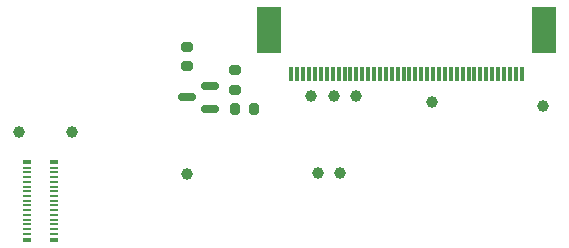
<source format=gbr>
%TF.GenerationSoftware,KiCad,Pcbnew,8.0.0*%
%TF.CreationDate,2024-03-06T21:08:29+04:00*%
%TF.ProjectId,gbc-cm4-aio-flex,6762632d-636d-4342-9d61-696f2d666c65,rev?*%
%TF.SameCoordinates,Original*%
%TF.FileFunction,Soldermask,Top*%
%TF.FilePolarity,Negative*%
%FSLAX46Y46*%
G04 Gerber Fmt 4.6, Leading zero omitted, Abs format (unit mm)*
G04 Created by KiCad (PCBNEW 8.0.0) date 2024-03-06 21:08:29*
%MOMM*%
%LPD*%
G01*
G04 APERTURE LIST*
G04 Aperture macros list*
%AMRoundRect*
0 Rectangle with rounded corners*
0 $1 Rounding radius*
0 $2 $3 $4 $5 $6 $7 $8 $9 X,Y pos of 4 corners*
0 Add a 4 corners polygon primitive as box body*
4,1,4,$2,$3,$4,$5,$6,$7,$8,$9,$2,$3,0*
0 Add four circle primitives for the rounded corners*
1,1,$1+$1,$2,$3*
1,1,$1+$1,$4,$5*
1,1,$1+$1,$6,$7*
1,1,$1+$1,$8,$9*
0 Add four rect primitives between the rounded corners*
20,1,$1+$1,$2,$3,$4,$5,0*
20,1,$1+$1,$4,$5,$6,$7,0*
20,1,$1+$1,$6,$7,$8,$9,0*
20,1,$1+$1,$8,$9,$2,$3,0*%
G04 Aperture macros list end*
%ADD10C,1.000000*%
%ADD11RoundRect,0.200000X0.200000X0.275000X-0.200000X0.275000X-0.200000X-0.275000X0.200000X-0.275000X0*%
%ADD12RoundRect,0.200000X-0.275000X0.200000X-0.275000X-0.200000X0.275000X-0.200000X0.275000X0.200000X0*%
%ADD13R,0.800000X0.200000*%
%ADD14R,0.800000X0.400000*%
%ADD15RoundRect,0.150000X0.587500X0.150000X-0.587500X0.150000X-0.587500X-0.150000X0.587500X-0.150000X0*%
%ADD16RoundRect,0.200000X0.275000X-0.200000X0.275000X0.200000X-0.275000X0.200000X-0.275000X-0.200000X0*%
%ADD17R,0.300000X1.300000*%
%ADD18R,2.000000X4.000000*%
G04 APERTURE END LIST*
D10*
%TO.C,PWM1*%
X158510000Y-122590000D03*
%TD*%
D11*
%TO.C,R3*%
X143440000Y-123210000D03*
X141790000Y-123210000D03*
%TD*%
D10*
%TO.C,A1*%
X128010000Y-125110000D03*
%TD*%
%TO.C,K1*%
X123580000Y-125110000D03*
%TD*%
%TO.C,2V8*%
X150720000Y-128630000D03*
%TD*%
D12*
%TO.C,R2*%
X141790000Y-119920000D03*
X141790000Y-121570000D03*
%TD*%
D10*
%TO.C,1V8*%
X152090000Y-122090000D03*
%TD*%
D13*
%TO.C,J1*%
X124200000Y-133770000D03*
X126500000Y-133770000D03*
X124200000Y-133370000D03*
X126500000Y-133370000D03*
X124200000Y-132970000D03*
X126500000Y-132970000D03*
X124200000Y-132570000D03*
X126500000Y-132570000D03*
X124200000Y-132170000D03*
X126500000Y-132170000D03*
X124200000Y-131770000D03*
X126500000Y-131770000D03*
X124200000Y-131370000D03*
X126500000Y-131370000D03*
X124200000Y-130970000D03*
X126500000Y-130970000D03*
X124200000Y-130570000D03*
X126500000Y-130570000D03*
X124200000Y-130170000D03*
X126500000Y-130170000D03*
X124200000Y-129770000D03*
X126500000Y-129770000D03*
X124200000Y-129370000D03*
X126500000Y-129370000D03*
X124200000Y-128970000D03*
X126500000Y-128970000D03*
X124200000Y-128570000D03*
X126500000Y-128570000D03*
X124200000Y-128170000D03*
X126500000Y-128170000D03*
D14*
X124200000Y-134270000D03*
X126500000Y-134270000D03*
X124200000Y-127670000D03*
X126500000Y-127670000D03*
%TD*%
D10*
%TO.C,3V3*%
X148880000Y-128660000D03*
%TD*%
D15*
%TO.C,Q1*%
X139680000Y-123170000D03*
X139680000Y-121270000D03*
X137805000Y-122220000D03*
%TD*%
D10*
%TO.C,+5V1*%
X148230000Y-122060000D03*
%TD*%
D16*
%TO.C,R1*%
X137800000Y-119580000D03*
X137800000Y-117930000D03*
%TD*%
D17*
%TO.C,J3*%
X166100000Y-120250000D03*
X165600000Y-120250000D03*
X165100000Y-120250000D03*
X164100000Y-120250000D03*
X163600000Y-120250000D03*
X163100000Y-120250000D03*
X162600000Y-120250000D03*
X162100000Y-120250000D03*
X161600000Y-120250000D03*
X161100000Y-120250000D03*
X160600000Y-120250000D03*
X160100000Y-120250000D03*
X159600000Y-120250000D03*
X159100000Y-120250000D03*
X158600000Y-120250000D03*
X158100000Y-120250000D03*
X157600000Y-120250000D03*
X157100000Y-120250000D03*
X156600000Y-120250000D03*
X156100000Y-120250000D03*
X155600000Y-120250000D03*
X155100000Y-120250000D03*
X154600000Y-120250000D03*
X154100000Y-120250000D03*
X153600000Y-120250000D03*
X153100000Y-120250000D03*
X152600000Y-120250000D03*
X152100000Y-120250000D03*
X151600000Y-120250000D03*
X151100000Y-120250000D03*
X150600000Y-120250000D03*
X150100000Y-120250000D03*
X149600000Y-120250000D03*
X149100000Y-120250000D03*
X148600000Y-120250000D03*
X148100000Y-120250000D03*
X147600000Y-120250000D03*
X147100000Y-120250000D03*
X146600000Y-120250000D03*
D18*
X168000000Y-116495000D03*
X144700000Y-116495000D03*
D17*
X164600000Y-120250000D03*
%TD*%
D10*
%TO.C,GND1*%
X167930000Y-122930000D03*
%TD*%
%TO.C,RST1*%
X137800000Y-128670000D03*
%TD*%
%TO.C,-5V1*%
X150230000Y-122070000D03*
%TD*%
M02*

</source>
